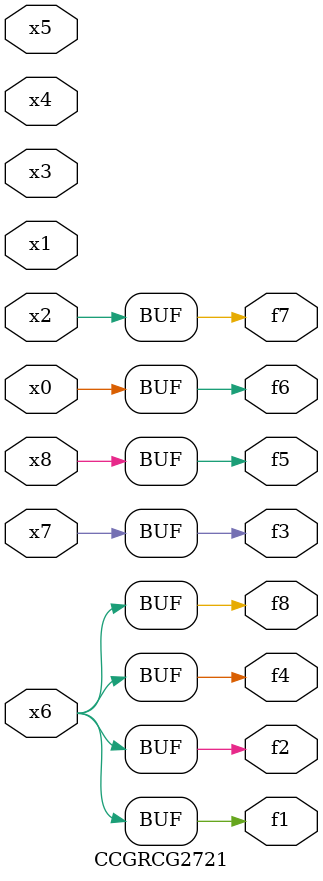
<source format=v>
module CCGRCG2721(
	input x0, x1, x2, x3, x4, x5, x6, x7, x8,
	output f1, f2, f3, f4, f5, f6, f7, f8
);
	assign f1 = x6;
	assign f2 = x6;
	assign f3 = x7;
	assign f4 = x6;
	assign f5 = x8;
	assign f6 = x0;
	assign f7 = x2;
	assign f8 = x6;
endmodule

</source>
